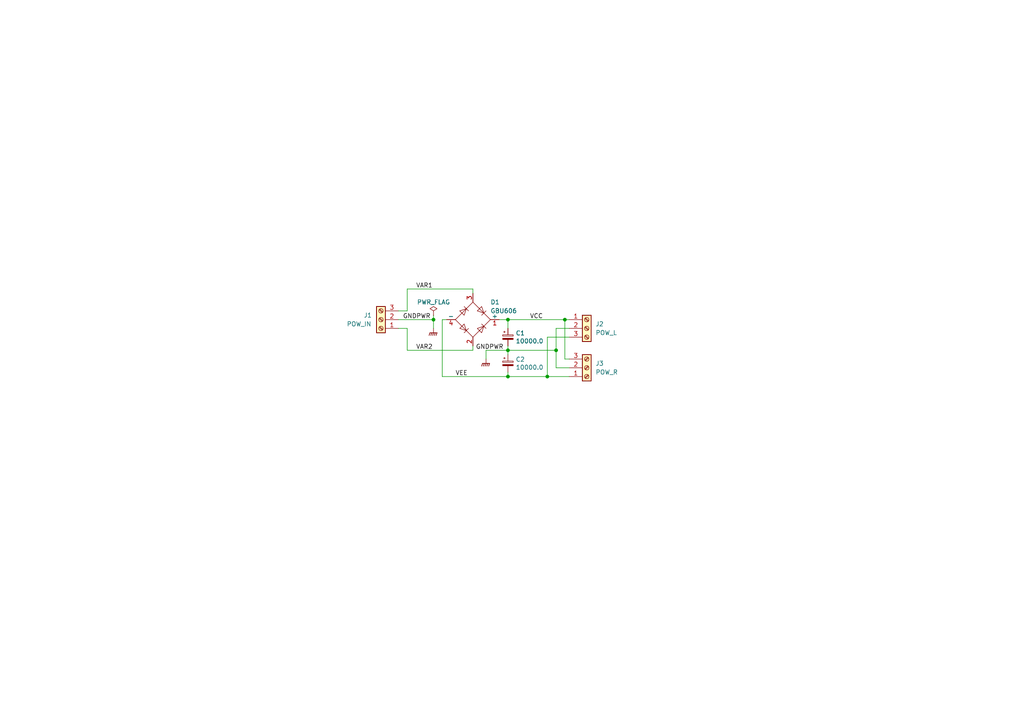
<source format=kicad_sch>
(kicad_sch (version 20230121) (generator eeschema)
  (paper "A4")
  (lib_symbols
    (symbol "Connector:Screw_Terminal_01x03" (pin_names (offset 1.016) hide)
      (property "Reference" "J" (at 0 5.08 0))
      (property "Value" "Screw_Terminal_01x03" (at 0 -5.08 0))
      (symbol "Screw_Terminal_01x03_1_1"
        (rectangle (start -1.27 3.81) (end 1.27 -3.81) (stroke (width 0.254)) (fill (type background)))
        (circle (center 0 -2.54) (radius 0.635) (stroke (width 0.1524)))
        (polyline (pts (xy -0.5334 -2.2098) (xy 0.3302 -3.048)) (stroke (width 0.1524)))
        (polyline (pts (xy -0.5334 0.3302) (xy 0.3302 -0.508)) (stroke (width 0.1524)))
        (polyline (pts (xy -0.5334 2.8702) (xy 0.3302 2.032)) (stroke (width 0.1524)))
        (polyline (pts (xy -0.3556 -2.032) (xy 0.508 -2.8702)) (stroke (width 0.1524)))
        (polyline (pts (xy -0.3556 0.508) (xy 0.508 -0.3302)) (stroke (width 0.1524)))
        (polyline (pts (xy -0.3556 3.048) (xy 0.508 2.2098)) (stroke (width 0.1524)))
        (circle (center 0 0) (radius 0.635) (stroke (width 0.1524)))
        (circle (center 0 2.54) (radius 0.635) (stroke (width 0.1524)))
        (pin passive line (at -5.08 2.54 0) (length 3.81) (name "Pin_1") (number "1"))
        (pin passive line (at -5.08 0 0) (length 3.81) (name "Pin_2") (number "2"))
        (pin passive line (at -5.08 -2.54 0) (length 3.81) (name "Pin_3") (number "3"))
      )
    )
    (symbol "Device:C_Polarized_Small" (pin_numbers hide) (pin_names (offset 0.254) hide)
      (property "Reference" "C" (at 0.254 1.778 0))
      (property "Value" "C_Polarized_Small" (at 0.254 -2.032 0))
      (symbol "C_Polarized_Small_0_1"
        (rectangle (start -1.524 -0.3048) (end 1.524 -0.6858) (fill (type outline)))
        (rectangle (start -1.524 0.6858) (end 1.524 0.3048))
        (polyline (pts (xy -1.27 1.524) (xy -0.762 1.524)))
        (polyline (pts (xy -1.016 1.27) (xy -1.016 1.778)))
      )
      (symbol "C_Polarized_Small_1_1"
        (pin passive line (at 0 2.54 270) (length 1.8542) (name "~") (number "1"))
        (pin passive line (at 0 -2.54 90) (length 1.8542) (name "~") (number "2"))
      )
    )
    (symbol "Diode_Bridge:GBU8K" (pin_names (offset 0))
      (property "Reference" "D" (at 2.54 6.985 0))
      (property "Value" "GBU8K" (at 2.54 5.08 0))
      (symbol "GBU8K_0_1"
        (polyline (pts (xy -2.54 3.81) (xy -1.27 2.54)))
        (polyline (pts (xy -1.27 -2.54) (xy -2.54 -3.81)))
        (polyline (pts (xy 2.54 -1.27) (xy 3.81 -2.54)))
        (polyline (pts (xy 2.54 1.27) (xy 3.81 2.54)))
        (polyline (pts (xy -3.81 2.54) (xy -2.54 1.27) (xy -1.905 3.175) (xy -3.81 2.54)))
        (polyline (pts (xy -2.54 -1.27) (xy -3.81 -2.54) (xy -1.905 -3.175) (xy -2.54 -1.27)))
        (polyline (pts (xy 1.27 2.54) (xy 2.54 3.81) (xy 3.175 1.905) (xy 1.27 2.54)))
        (polyline (pts (xy 3.175 -1.905) (xy 1.27 -2.54) (xy 2.54 -3.81) (xy 3.175 -1.905)))
        (polyline (pts (xy -5.08 0) (xy 0 -5.08) (xy 5.08 0) (xy 0 5.08) (xy -5.08 0)))
      )
      (symbol "GBU8K_1_1"
        (pin passive line (at 7.62 0 180) (length 2.54) (name "+") (number "1"))
        (pin passive line (at 0 -7.62 90) (length 2.54) (name "~") (number "2"))
        (pin passive line (at 0 7.62 270) (length 2.54) (name "~") (number "3"))
        (pin passive line (at -7.62 0 0) (length 2.54) (name "-") (number "4"))
      )
    )
    (symbol "power:GNDPWR" (power) (pin_names (offset 0))
      (property "Value" "GNDPWR" (at 0 -3.302 0))
      (symbol "GNDPWR_0_1"
        (polyline (pts (xy 0 -1.27) (xy 0 0)))
        (polyline (pts (xy -1.016 -1.27) (xy -1.27 -2.032) (xy -1.27 -2.032)) (stroke (width 0.2032)))
        (polyline (pts (xy -0.508 -1.27) (xy -0.762 -2.032) (xy -0.762 -2.032)) (stroke (width 0.2032)))
        (polyline (pts (xy 0 -1.27) (xy -0.254 -2.032) (xy -0.254 -2.032)) (stroke (width 0.2032)))
        (polyline (pts (xy 0.508 -1.27) (xy 0.254 -2.032) (xy 0.254 -2.032)) (stroke (width 0.2032)))
        (polyline (pts (xy 1.016 -1.27) (xy -1.016 -1.27) (xy -1.016 -1.27)) (stroke (width 0.2032)))
        (polyline (pts (xy 1.016 -1.27) (xy 0.762 -2.032) (xy 0.762 -2.032) (xy 0.762 -2.032)) (stroke (width 0.2032)))
      )
      (symbol "GNDPWR_1_1"
        (pin power_in line (at 0 0 270) (length 0) hide (name "GNDPWR") (number "1"))
      )
    )
    (symbol "power:PWR_FLAG" (power) (pin_numbers hide) (pin_names (offset 0) hide)
      (property "Value" "PWR_FLAG" (at 0 3.81 0))
      (symbol "PWR_FLAG_0_0"
        (pin power_out line (at 0 0 90) (length 0) (name "pwr") (number "1"))
      )
      (symbol "PWR_FLAG_0_1"
        (polyline (pts (xy 0 0) (xy 0 1.27) (xy -1.016 1.905) (xy 0 2.54) (xy 1.016 1.905) (xy 0 1.27)))
      )
    )
  )
  (junction (at 125.73 92.71))
  (junction (at 163.83 92.71))
  (junction (at 147.32 109.22))
  (junction (at 161.29 101.6))
  (junction (at 158.75 109.22))
  (junction (at 147.32 92.71))
  (junction (at 147.32 101.6))
  (wire (pts (xy 118.11 95.25) (xy 118.11 101.6)))
  (wire (pts (xy 140.97 104.14) (xy 140.97 101.6)))
  (wire (pts (xy 115.57 95.25) (xy 118.11 95.25)))
  (wire (pts (xy 165.1 95.25) (xy 161.29 95.25)))
  (wire (pts (xy 147.32 101.6) (xy 161.29 101.6)))
  (wire (pts (xy 147.32 107.95) (xy 147.32 109.22)))
  (wire (pts (xy 147.32 102.87) (xy 147.32 101.6)))
  (wire (pts (xy 128.27 109.22) (xy 128.27 92.71)))
  (wire (pts (xy 144.78 92.71) (xy 147.32 92.71)))
  (wire (pts (xy 161.29 95.25) (xy 161.29 101.6)))
  (wire (pts (xy 137.16 85.09) (xy 137.16 83.82)))
  (wire (pts (xy 140.97 101.6) (xy 147.32 101.6)))
  (wire (pts (xy 137.16 100.33) (xy 137.16 101.6)))
  (wire (pts (xy 158.75 97.79) (xy 158.75 109.22)))
  (wire (pts (xy 137.16 101.6) (xy 118.11 101.6)))
  (wire (pts (xy 125.73 91.44) (xy 125.73 92.71)))
  (wire (pts (xy 158.75 109.22) (xy 147.32 109.22)))
  (wire (pts (xy 163.83 92.71) (xy 165.1 92.71)))
  (wire (pts (xy 128.27 92.71) (xy 129.54 92.71)))
  (wire (pts (xy 147.32 92.71) (xy 163.83 92.71)))
  (wire (pts (xy 163.83 104.14) (xy 163.83 92.71)))
  (wire (pts (xy 118.11 90.17) (xy 118.11 83.82)))
  (wire (pts (xy 165.1 104.14) (xy 163.83 104.14)))
  (wire (pts (xy 165.1 109.22) (xy 158.75 109.22)))
  (wire (pts (xy 125.73 92.71) (xy 125.73 95.25)))
  (wire (pts (xy 115.57 92.71) (xy 125.73 92.71)))
  (wire (pts (xy 161.29 101.6) (xy 161.29 106.68)))
  (wire (pts (xy 161.29 106.68) (xy 165.1 106.68)))
  (wire (pts (xy 115.57 90.17) (xy 118.11 90.17)))
  (wire (pts (xy 147.32 92.71) (xy 147.32 95.25)))
  (wire (pts (xy 147.32 109.22) (xy 128.27 109.22)))
  (wire (pts (xy 165.1 97.79) (xy 158.75 97.79)))
  (wire (pts (xy 137.16 83.82) (xy 118.11 83.82)))
  (wire (pts (xy 147.32 101.6) (xy 147.32 100.33)))
  (label "GNDPWR" (at 116.84 92.71 0))
  (label "VAR1" (at 120.65 83.82 0))
  (label "GNDPWR" (at 146.05 101.6 180))
  (label "VAR2" (at 120.65 101.6 0))
  (label "VEE" (at 132.08 109.22 0))
  (label "VCC" (at 153.67 92.71 0))
  (symbol (lib_id "Diode_Bridge:GBU8K") (at 137.16 92.71 0) (unit 1)
    (property "Reference" "D1" (at 142.24 87.63 0) (effects (justify left)))
    (property "Value" "GBU606" (at 142.24 90.17 0) (effects (justify left)))
    (property "Footprint" "Diode_THT:Diode_Bridge_Vishay_GBU" (effects hide))
    (property "Datasheet" "http://www.vishay.com/docs/88656/gbu8a.pdf" (effects hide))
  )
  (symbol (lib_id "Device:C_Polarized_Small") (at 147.32 97.79 0) (unit 1)
    (property "Reference" "C1" (at 149.5552 96.6216 0) (effects (justify left)))
    (property "Value" "10000.0" (at 149.5552 98.933 0) (effects (justify left)))
    (property "Footprint" "Capacitor_THT:CP_Radial_D25.0mm_P10.00mm_SnapIn" (effects hide))
  )
  (symbol (lib_id "Device:C_Polarized_Small") (at 147.32 105.41 0) (unit 1)
    (property "Reference" "C2" (at 149.5552 104.2416 0) (effects (justify left)))
    (property "Value" "10000.0" (at 149.5552 106.553 0) (effects (justify left)))
    (property "Footprint" "Capacitor_THT:CP_Radial_D25.0mm_P10.00mm_SnapIn" (effects hide))
  )
  (symbol (lib_id "power:GNDPWR") (at 125.73 95.25 0) (unit 1)
    (property "Reference" "#PWR0101" (effects hide))
    (property "Value" "GNDPWR" (effects hide))
  )
  (symbol (lib_id "power:GNDPWR") (at 140.97 104.14 0) (unit 1)
    (property "Reference" "#PWR0102" (effects hide))
    (property "Value" "GNDPWR" (effects hide))
  )
  (symbol (lib_id "Connector:Screw_Terminal_01x03") (at 110.49 92.71 180) (unit 1)
    (property "Reference" "J1" (at 106.68 91.44 0))
    (property "Value" "POW_IN" (at 104.14 93.98 0))
    (property "Footprint" "TerminalBlock:TerminalBlock_bornier-3_P5.08mm" (effects hide))
  )
  (symbol (lib_id "Connector:Screw_Terminal_01x03") (at 170.18 95.25 0) (unit 1)
    (property "Reference" "J2" (at 172.72 93.98 0) (effects (justify left)))
    (property "Value" "POW_L" (at 172.72 96.52 0) (effects (justify left)))
    (property "Footprint" "TerminalBlock:TerminalBlock_bornier-3_P5.08mm" (effects hide))
  )
  (symbol (lib_id "Connector:Screw_Terminal_01x03") (at 170.18 106.68 0) (mirror x) (unit 1)
    (property "Reference" "J3" (at 172.72 105.41 0) (effects (justify left)))
    (property "Value" "POW_R" (at 172.72 107.95 0) (effects (justify left)))
    (property "Footprint" "TerminalBlock:TerminalBlock_bornier-3_P5.08mm" (effects hide))
  )
  (symbol (lib_id "power:PWR_FLAG") (at 125.73 91.44 0) (unit 1)
    (property "Reference" "#FLG0101" (effects hide))
    (property "Value" "PWR_FLAG" (at 125.73 87.63 0))
  )
)
</source>
